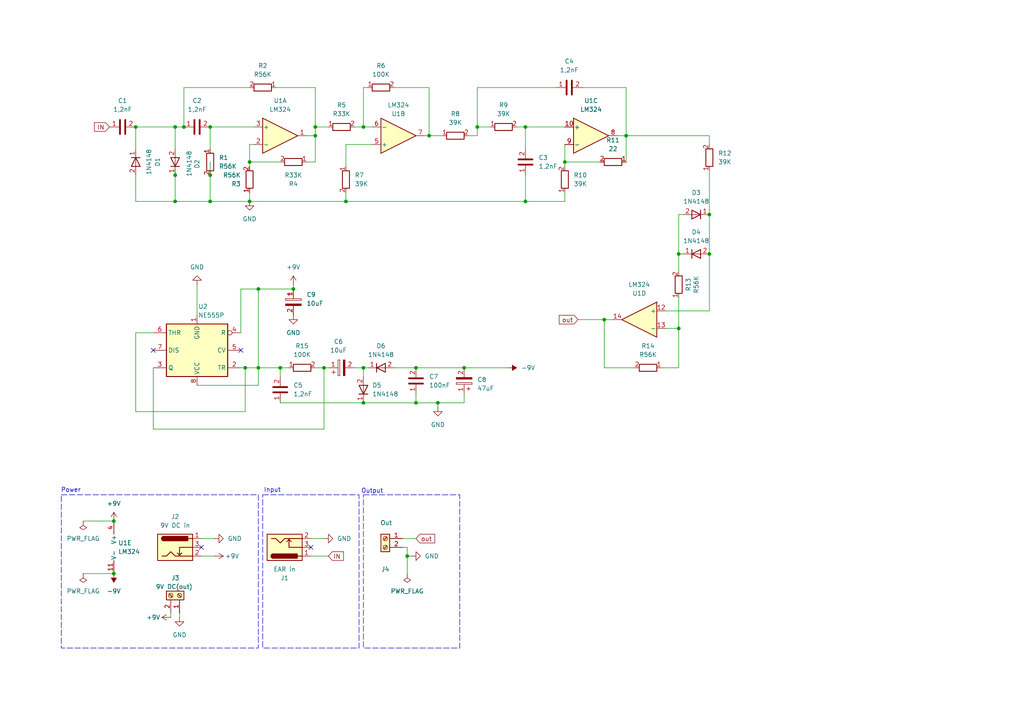
<source format=kicad_sch>
(kicad_sch (version 20231120) (generator "eeschema") (generator_version "8.0")
  (paper "A4")
  (title_block (title "Super Loader") (date "2024-03-01") (rev "V1") (company "Ny Elektronik 1985 nr. 6"))
  (lib_symbols
    (symbol "Amplifier_Operational:LM324" (pin_names (offset 0.127))
      (property "Reference" "U" (at 0 5.08 0))
      (property "Value" "LM324" (at 0 -5.08 0))
      (symbol "LM324_1_1"
        (polyline (pts (xy -5.08 5.08) (xy 5.08 0) (xy -5.08 -5.08) (xy -5.08 5.08)) (stroke (width 0.254)) (fill (type background)))
        (pin output line (at 7.62 0 180) (length 2.54) (name "~") (number "1"))
        (pin input line (at -7.62 -2.54 0) (length 2.54) (name "-") (number "2"))
        (pin input line (at -7.62 2.54 0) (length 2.54) (name "+") (number "3"))
      )
      (symbol "LM324_2_1"
        (polyline (pts (xy -5.08 5.08) (xy 5.08 0) (xy -5.08 -5.08) (xy -5.08 5.08)) (stroke (width 0.254)) (fill (type background)))
        (pin input line (at -7.62 2.54 0) (length 2.54) (name "+") (number "5"))
        (pin input line (at -7.62 -2.54 0) (length 2.54) (name "-") (number "6"))
        (pin output line (at 7.62 0 180) (length 2.54) (name "~") (number "7"))
      )
      (symbol "LM324_3_1"
        (polyline (pts (xy -5.08 5.08) (xy 5.08 0) (xy -5.08 -5.08) (xy -5.08 5.08)) (stroke (width 0.254)) (fill (type background)))
        (pin input line (at -7.62 2.54 0) (length 2.54) (name "+") (number "10"))
        (pin output line (at 7.62 0 180) (length 2.54) (name "~") (number "8"))
        (pin input line (at -7.62 -2.54 0) (length 2.54) (name "-") (number "9"))
      )
      (symbol "LM324_4_1"
        (polyline (pts (xy -5.08 5.08) (xy 5.08 0) (xy -5.08 -5.08) (xy -5.08 5.08)) (stroke (width 0.254)) (fill (type background)))
        (pin input line (at -7.62 2.54 0) (length 2.54) (name "+") (number "12"))
        (pin input line (at -7.62 -2.54 0) (length 2.54) (name "-") (number "13"))
        (pin output line (at 7.62 0 180) (length 2.54) (name "~") (number "14"))
      )
      (symbol "LM324_5_1"
        (pin power_in line (at -2.54 -7.62 90) (length 3.81) (name "V-") (number "11"))
        (pin power_in line (at -2.54 7.62 270) (length 3.81) (name "V+") (number "4"))
      )
    )
    (symbol "Connector:Barrel_Jack_Switch" (pin_names hide)
      (property "Reference" "J" (at 0 5.334 0))
      (property "Value" "Barrel_Jack_Switch" (at 0 -5.08 0))
      (symbol "Barrel_Jack_Switch_0_1"
        (rectangle (start -5.08 3.81) (end 5.08 -3.81) (stroke (width 0.254)) (fill (type background)))
        (arc (start -3.302 3.175) (mid -3.9343 2.54) (end -3.302 1.905) (stroke (width 0.254)))
        (arc (start -3.302 3.175) (mid -3.9343 2.54) (end -3.302 1.905) (stroke (width 0.254)) (fill (type outline)))
        (polyline (pts (xy 1.27 -2.286) (xy 1.905 -1.651)) (stroke (width 0.254)))
        (polyline (pts (xy 5.08 2.54) (xy 3.81 2.54)) (stroke (width 0.254)))
        (polyline (pts (xy 5.08 0) (xy 1.27 0) (xy 1.27 -2.286) (xy 0.635 -1.651)) (stroke (width 0.254)))
        (polyline (pts (xy -3.81 -2.54) (xy -2.54 -2.54) (xy -1.27 -1.27) (xy 0 -2.54) (xy 2.54 -2.54) (xy 5.08 -2.54)) (stroke (width 0.254)))
        (rectangle (start 3.683 3.175) (end -3.302 1.905) (stroke (width 0.254)) (fill (type outline)))
      )
      (symbol "Barrel_Jack_Switch_1_1"
        (pin passive line (at 7.62 2.54 180) (length 2.54) (name "~") (number "1"))
        (pin passive line (at 7.62 -2.54 180) (length 2.54) (name "~") (number "2"))
        (pin passive line (at 7.62 0 180) (length 2.54) (name "~") (number "3"))
      )
    )
    (symbol "Connector:Screw_Terminal_01x02" (pin_names (offset 1.016) hide)
      (property "Reference" "J" (at 0 2.54 0))
      (property "Value" "Screw_Terminal_01x02" (at 0 -5.08 0))
      (symbol "Screw_Terminal_01x02_1_1"
        (rectangle (start -1.27 1.27) (end 1.27 -3.81) (stroke (width 0.254)) (fill (type background)))
        (circle (center 0 -2.54) (radius 0.635) (stroke (width 0.1524)))
        (polyline (pts (xy -0.5334 -2.2098) (xy 0.3302 -3.048)) (stroke (width 0.1524)))
        (polyline (pts (xy -0.5334 0.3302) (xy 0.3302 -0.508)) (stroke (width 0.1524)))
        (polyline (pts (xy -0.3556 -2.032) (xy 0.508 -2.8702)) (stroke (width 0.1524)))
        (polyline (pts (xy -0.3556 0.508) (xy 0.508 -0.3302)) (stroke (width 0.1524)))
        (circle (center 0 0) (radius 0.635) (stroke (width 0.1524)))
        (pin passive line (at -5.08 0 0) (length 3.81) (name "Pin_1") (number "1"))
        (pin passive line (at -5.08 -2.54 0) (length 3.81) (name "Pin_2") (number "2"))
      )
    )
    (symbol "Device:C" (pin_names (offset 0.254))
      (property "Reference" "C" (at 0.635 2.54 0))
      (property "Value" "C" (at 0.635 -2.54 0))
      (symbol "C_0_1"
        (polyline (pts (xy -2.032 -0.762) (xy 2.032 -0.762)) (stroke (width 0.508)))
        (polyline (pts (xy -2.032 0.762) (xy 2.032 0.762)) (stroke (width 0.508)))
      )
      (symbol "C_1_1"
        (pin passive line (at 0 3.81 270) (length 2.794) (name "~") (number "1"))
        (pin passive line (at 0 -3.81 90) (length 2.794) (name "~") (number "2"))
      )
    )
    (symbol "Device:C_Polarized" (pin_names (offset 0.254))
      (property "Reference" "C" (at 0.635 2.54 0))
      (property "Value" "C_Polarized" (at 0.635 -2.54 0))
      (symbol "C_Polarized_0_1"
        (rectangle (start -2.286 0.508) (end 2.286 1.016))
        (polyline (pts (xy -1.778 2.286) (xy -0.762 2.286)))
        (polyline (pts (xy -1.27 2.794) (xy -1.27 1.778)))
        (rectangle (start 2.286 -0.508) (end -2.286 -1.016) (fill (type outline)))
      )
      (symbol "C_Polarized_1_1"
        (pin passive line (at 0 3.81 270) (length 2.794) (name "~") (number "1"))
        (pin passive line (at 0 -3.81 90) (length 2.794) (name "~") (number "2"))
      )
    )
    (symbol "Device:R" (pin_names (offset 0))
      (property "Reference" "R" (at 2.032 0 90))
      (property "Value" "R" (at 0 0 90))
      (symbol "R_0_1"
        (rectangle (start -1.016 -2.54) (end 1.016 2.54) (stroke (width 0.254)))
      )
      (symbol "R_1_1"
        (pin passive line (at 0 3.81 270) (length 1.27) (name "~") (number "1"))
        (pin passive line (at 0 -3.81 90) (length 1.27) (name "~") (number "2"))
      )
    )
    (symbol "Diode:1N4148" (pin_names hide)
      (property "Reference" "D" (at 0 2.54 0))
      (property "Value" "1N4148" (at 0 -2.54 0))
      (symbol "1N4148_0_1"
        (polyline (pts (xy -1.27 1.27) (xy -1.27 -1.27)) (stroke (width 0.254)))
        (polyline (pts (xy 1.27 0) (xy -1.27 0)))
        (polyline (pts (xy 1.27 1.27) (xy 1.27 -1.27) (xy -1.27 0) (xy 1.27 1.27)) (stroke (width 0.254)))
      )
      (symbol "1N4148_1_1"
        (pin passive line (at -3.81 0 0) (length 2.54) (name "K") (number "1"))
        (pin passive line (at 3.81 0 180) (length 2.54) (name "A") (number "2"))
      )
    )
    (symbol "R_1" (pin_names (offset 0))
      (property "Reference" "R" (at 2.032 0 90))
      (property "Value" "R" (at 0 0 90))
      (symbol "R_1_0_1"
        (rectangle (start -1.016 -2.54) (end 1.016 2.54) (stroke (width 0.254)))
      )
      (symbol "R_1_1_1"
        (pin passive line (at 0 3.81 270) (length 1.27) (name "~") (number "1"))
        (pin passive line (at 0 -3.81 90) (length 1.27) (name "~") (number "2"))
      )
    )
    (symbol "R_2" (pin_names (offset 0))
      (property "Reference" "R" (at 2.032 0 90))
      (property "Value" "R" (at 0 0 90))
      (symbol "R_2_0_1"
        (rectangle (start -1.016 -2.54) (end 1.016 2.54) (stroke (width 0.254)))
      )
      (symbol "R_2_1_1"
        (pin passive line (at 0 3.81 270) (length 1.27) (name "~") (number "1"))
        (pin passive line (at 0 -3.81 90) (length 1.27) (name "~") (number "2"))
      )
    )
    (symbol "R_3" (pin_names (offset 0))
      (property "Reference" "R" (at 2.032 0 90))
      (property "Value" "R" (at 0 0 90))
      (symbol "R_3_0_1"
        (rectangle (start -1.016 -2.54) (end 1.016 2.54) (stroke (width 0.254)))
      )
      (symbol "R_3_1_1"
        (pin passive line (at 0 3.81 270) (length 1.27) (name "~") (number "1"))
        (pin passive line (at 0 -3.81 90) (length 1.27) (name "~") (number "2"))
      )
    )
    (symbol "R_4" (pin_names (offset 0))
      (property "Reference" "R" (at 2.032 0 90))
      (property "Value" "R" (at 0 0 90))
      (symbol "R_4_0_1"
        (rectangle (start -1.016 -2.54) (end 1.016 2.54) (stroke (width 0.254)))
      )
      (symbol "R_4_1_1"
        (pin passive line (at 0 3.81 270) (length 1.27) (name "~") (number "1"))
        (pin passive line (at 0 -3.81 90) (length 1.27) (name "~") (number "2"))
      )
    )
    (symbol "Timer:NE555P"
      (property "Reference" "U" (at -10.16 8.89 0))
      (property "Value" "NE555P" (at 2.54 8.89 0))
      (symbol "NE555P_0_0"
        (pin power_in line (at 0 -10.16 90) (length 2.54) (name "GND") (number "1"))
        (pin power_in line (at 0 10.16 270) (length 2.54) (name "VCC") (number "8"))
      )
      (symbol "NE555P_0_1"
        (rectangle (start -8.89 -7.62) (end 8.89 7.62) (stroke (width 0.254)) (fill (type background)))
        (rectangle (start -8.89 -7.62) (end 8.89 7.62) (stroke (width 0.254)) (fill (type background)))
      )
      (symbol "NE555P_1_1"
        (pin input line (at -12.7 5.08 0) (length 3.81) (name "TR") (number "2"))
        (pin output line (at 12.7 5.08 180) (length 3.81) (name "Q") (number "3"))
        (pin input inverted (at -12.7 -5.08 0) (length 3.81) (name "R") (number "4"))
        (pin input line (at -12.7 0 0) (length 3.81) (name "CV") (number "5"))
        (pin input line (at 12.7 -5.08 180) (length 3.81) (name "THR") (number "6"))
        (pin input line (at 12.7 0 180) (length 3.81) (name "DIS") (number "7"))
      )
    )
    (symbol "power:+9V" (power) (pin_numbers hide) (pin_names (offset 0) hide)
      (property "Value" "+9V" (at 0 3.556 0))
      (symbol "+9V_0_1"
        (polyline (pts (xy -0.762 1.27) (xy 0 2.54)))
        (polyline (pts (xy 0 0) (xy 0 2.54)))
        (polyline (pts (xy 0 2.54) (xy 0.762 1.27)))
      )
      (symbol "+9V_1_1"
        (pin power_in line (at 0 0 90) (length 0) (name "~") (number "1"))
      )
    )
    (symbol "power:-9V" (power) (pin_numbers hide) (pin_names (offset 0) hide)
      (property "Value" "-9V" (at 0 3.556 0))
      (symbol "-9V_0_1"
        (polyline (pts (xy 0 0) (xy 0 2.54)))
        (polyline (pts (xy 0.762 1.27) (xy -0.762 1.27) (xy 0 2.54) (xy 0.762 1.27)) (fill (type outline)))
      )
      (symbol "-9V_1_1"
        (pin power_in line (at 0 0 90) (length 0) (name "~") (number "1"))
      )
    )
    (symbol "power:GND" (power) (pin_numbers hide) (pin_names (offset 0) hide)
      (property "Value" "GND" (at 0 -3.81 0))
      (symbol "GND_0_1"
        (polyline (pts (xy 0 0) (xy 0 -1.27) (xy 1.27 -1.27) (xy 0 -2.54) (xy -1.27 -1.27) (xy 0 -1.27)))
      )
      (symbol "GND_1_1"
        (pin power_in line (at 0 0 270) (length 0) (name "~") (number "1"))
      )
    )
    (symbol "power:PWR_FLAG" (power) (pin_numbers hide) (pin_names (offset 0) hide)
      (property "Value" "PWR_FLAG" (at 0 3.81 0))
      (symbol "PWR_FLAG_0_0"
        (pin power_out line (at 0 0 90) (length 0) (name "~") (number "1"))
      )
      (symbol "PWR_FLAG_0_1"
        (polyline (pts (xy 0 0) (xy 0 1.27) (xy -1.016 1.905) (xy 0 2.54) (xy 1.016 1.905) (xy 0 1.27)))
      )
    )
  )
  (junction (at 127 116.84))
  (junction (at 50.8 58.42))
  (junction (at 100.33 58.42))
  (junction (at 175.26 92.71))
  (junction (at 152.4 58.42))
  (junction (at 138.43 36.83))
  (junction (at 39.37 36.83))
  (junction (at 163.83 46.99))
  (junction (at 91.44 36.83))
  (junction (at 196.85 73.66))
  (junction (at 91.44 39.37))
  (junction (at 205.74 73.66))
  (junction (at 120.65 116.84))
  (junction (at 120.65 106.68))
  (junction (at 50.8 36.83))
  (junction (at 105.41 116.84))
  (junction (at 50.8 50.8))
  (junction (at 74.93 106.68))
  (junction (at 152.4 36.83))
  (junction (at 118.11 161.29))
  (junction (at 72.39 46.99))
  (junction (at 105.41 106.68))
  (junction (at 72.39 58.42))
  (junction (at 134.62 106.68))
  (junction (at 124.46 39.37))
  (junction (at 60.96 58.42))
  (junction (at 93.98 106.68))
  (junction (at 60.96 36.83))
  (junction (at 53.34 36.83))
  (junction (at 85.09 83.82))
  (junction (at 105.41 36.83))
  (junction (at 33.02 166.37))
  (junction (at 74.93 83.82))
  (junction (at 71.12 106.68))
  (junction (at 196.85 95.25))
  (junction (at 205.74 62.23))
  (junction (at 81.28 106.68))
  (junction (at 33.02 151.13))
  (junction (at 60.96 50.8))
  (junction (at 181.61 39.37))
  (no_connect (at 44.45 101.6))
  (no_connect (at 90.17 158.75))
  (no_connect (at 58.42 158.75))
  (no_connect (at 69.85 101.6))
  (wire (pts (xy 191.77 106.68) (xy 196.85 106.68)))
  (wire (pts (xy 24.13 151.13) (xy 33.02 151.13)))
  (wire (pts (xy 168.91 25.4) (xy 181.61 25.4)))
  (wire (pts (xy 196.85 73.66) (xy 196.85 78.74)))
  (wire (pts (xy 39.37 36.83) (xy 50.8 36.83)))
  (wire (pts (xy 57.15 91.44) (xy 57.15 82.55)))
  (wire (pts (xy 134.62 106.68) (xy 147.32 106.68)))
  (wire (pts (xy 179.07 39.37) (xy 181.61 39.37)))
  (wire (pts (xy 44.45 124.46) (xy 44.45 106.68)))
  (wire (pts (xy 163.83 41.91) (xy 163.83 46.99)))
  (wire (pts (xy 74.93 106.68) (xy 81.28 106.68)))
  (wire (pts (xy 205.74 62.23) (xy 205.74 73.66)))
  (wire (pts (xy 119.38 161.29) (xy 118.11 161.29)))
  (wire (pts (xy 72.39 58.42) (xy 100.33 58.42)))
  (wire (pts (xy 193.04 90.17) (xy 205.74 90.17)))
  (wire (pts (xy 39.37 96.52) (xy 39.37 119.38)))
  (wire (pts (xy 100.33 58.42) (xy 152.4 58.42)))
  (wire (pts (xy 205.74 73.66) (xy 205.74 90.17)))
  (wire (pts (xy 39.37 58.42) (xy 39.37 50.8)))
  (wire (pts (xy 39.37 58.42) (xy 50.8 58.42)))
  (wire (pts (xy 60.96 46.99) (xy 60.96 50.8)))
  (wire (pts (xy 91.44 39.37) (xy 91.44 46.99)))
  (wire (pts (xy 53.34 25.4) (xy 72.39 25.4)))
  (wire (pts (xy 69.85 83.82) (xy 74.93 83.82)))
  (wire (pts (xy 105.41 36.83) (xy 102.87 36.83)))
  (wire (pts (xy 100.33 58.42) (xy 100.33 55.88)))
  (wire (pts (xy 52.07 179.07) (xy 52.07 177.8)))
  (wire (pts (xy 127 116.84) (xy 127 118.11)))
  (wire (pts (xy 39.37 119.38) (xy 71.12 119.38)))
  (wire (pts (xy 102.87 106.68) (xy 105.41 106.68)))
  (wire (pts (xy 116.84 156.21) (xy 120.65 156.21)))
  (wire (pts (xy 175.26 92.71) (xy 175.26 106.68)))
  (wire (pts (xy 60.96 58.42) (xy 50.8 58.42)))
  (wire (pts (xy 69.85 106.68) (xy 71.12 106.68)))
  (wire (pts (xy 114.3 106.68) (xy 120.65 106.68)))
  (wire (pts (xy 105.41 25.4) (xy 105.41 36.83)))
  (wire (pts (xy 205.74 39.37) (xy 205.74 41.91)))
  (wire (pts (xy 50.8 36.83) (xy 53.34 36.83)))
  (wire (pts (xy 127 116.84) (xy 134.62 116.84)))
  (wire (pts (xy 57.15 111.76) (xy 74.93 111.76)))
  (wire (pts (xy 193.04 95.25) (xy 196.85 95.25)))
  (wire (pts (xy 74.93 111.76) (xy 74.93 106.68)))
  (wire (pts (xy 138.43 25.4) (xy 138.43 36.83)))
  (wire (pts (xy 114.3 25.4) (xy 124.46 25.4)))
  (wire (pts (xy 163.83 46.99) (xy 163.83 48.26)))
  (wire (pts (xy 95.25 161.29) (xy 90.17 161.29)))
  (wire (pts (xy 44.45 124.46) (xy 93.98 124.46)))
  (wire (pts (xy 39.37 36.83) (xy 39.37 43.18)))
  (wire (pts (xy 71.12 106.68) (xy 71.12 119.38)))
  (wire (pts (xy 58.42 161.29) (xy 62.23 161.29)))
  (wire (pts (xy 95.25 106.68) (xy 93.98 106.68)))
  (wire (pts (xy 138.43 36.83) (xy 138.43 39.37)))
  (wire (pts (xy 74.93 83.82) (xy 85.09 83.82)))
  (wire (pts (xy 175.26 92.71) (xy 177.8 92.71)))
  (wire (pts (xy 74.93 106.68) (xy 71.12 106.68)))
  (wire (pts (xy 124.46 25.4) (xy 124.46 39.37)))
  (wire (pts (xy 123.19 39.37) (xy 124.46 39.37)))
  (wire (pts (xy 74.93 106.68) (xy 74.93 83.82)))
  (wire (pts (xy 72.39 41.91) (xy 72.39 46.99)))
  (wire (pts (xy 50.8 46.99) (xy 50.8 50.8)))
  (wire (pts (xy 181.61 25.4) (xy 181.61 39.37)))
  (wire (pts (xy 85.09 82.55) (xy 85.09 83.82)))
  (wire (pts (xy 93.98 124.46) (xy 93.98 106.68)))
  (wire (pts (xy 120.65 106.68) (xy 134.62 106.68)))
  (wire (pts (xy 24.13 166.37) (xy 33.02 166.37)))
  (wire (pts (xy 163.83 46.99) (xy 173.99 46.99)))
  (wire (pts (xy 91.44 36.83) (xy 91.44 39.37)))
  (wire (pts (xy 44.45 96.52) (xy 39.37 96.52)))
  (wire (pts (xy 196.85 73.66) (xy 198.12 73.66)))
  (wire (pts (xy 181.61 39.37) (xy 181.61 46.99)))
  (wire (pts (xy 105.41 36.83) (xy 107.95 36.83)))
  (wire (pts (xy 53.34 36.83) (xy 53.34 25.4)))
  (wire (pts (xy 138.43 39.37) (xy 135.89 39.37)))
  (wire (pts (xy 105.41 106.68) (xy 105.41 109.22)))
  (wire (pts (xy 196.85 95.25) (xy 196.85 106.68)))
  (wire (pts (xy 196.85 86.36) (xy 196.85 95.25)))
  (wire (pts (xy 105.41 25.4) (xy 106.68 25.4)))
  (wire (pts (xy 93.98 106.68) (xy 91.44 106.68)))
  (wire (pts (xy 106.68 106.68) (xy 105.41 106.68)))
  (wire (pts (xy 149.86 36.83) (xy 152.4 36.83)))
  (wire (pts (xy 120.65 114.3) (xy 120.65 116.84)))
  (wire (pts (xy 73.66 36.83) (xy 60.96 36.83)))
  (wire (pts (xy 118.11 161.29) (xy 118.11 166.37)))
  (wire (pts (xy 72.39 41.91) (xy 73.66 41.91)))
  (wire (pts (xy 60.96 58.42) (xy 72.39 58.42)))
  (wire (pts (xy 100.33 48.26) (xy 100.33 41.91)))
  (wire (pts (xy 72.39 46.99) (xy 81.28 46.99)))
  (wire (pts (xy 175.26 106.68) (xy 184.15 106.68)))
  (wire (pts (xy 88.9 46.99) (xy 91.44 46.99)))
  (wire (pts (xy 163.83 55.88) (xy 163.83 58.42)))
  (wire (pts (xy 198.12 62.23) (xy 196.85 62.23)))
  (wire (pts (xy 161.29 25.4) (xy 138.43 25.4)))
  (wire (pts (xy 83.82 106.68) (xy 81.28 106.68)))
  (wire (pts (xy 118.11 158.75) (xy 118.11 161.29)))
  (wire (pts (xy 81.28 106.68) (xy 81.28 109.22)))
  (wire (pts (xy 91.44 25.4) (xy 91.44 36.83)))
  (wire (pts (xy 100.33 41.91) (xy 107.95 41.91)))
  (wire (pts (xy 124.46 39.37) (xy 128.27 39.37)))
  (wire (pts (xy 134.62 114.3) (xy 134.62 116.84)))
  (wire (pts (xy 105.41 116.84) (xy 120.65 116.84)))
  (wire (pts (xy 93.98 156.21) (xy 90.17 156.21)))
  (wire (pts (xy 81.28 116.84) (xy 105.41 116.84)))
  (wire (pts (xy 91.44 36.83) (xy 95.25 36.83)))
  (wire (pts (xy 138.43 36.83) (xy 142.24 36.83)))
  (wire (pts (xy 69.85 96.52) (xy 69.85 83.82)))
  (wire (pts (xy 60.96 36.83) (xy 60.96 43.18)))
  (wire (pts (xy 50.8 50.8) (xy 50.8 58.42)))
  (wire (pts (xy 72.39 55.88) (xy 72.39 58.42)))
  (wire (pts (xy 72.39 46.99) (xy 72.39 48.26)))
  (wire (pts (xy 205.74 49.53) (xy 205.74 62.23)))
  (wire (pts (xy 152.4 36.83) (xy 152.4 43.18)))
  (wire (pts (xy 88.9 39.37) (xy 91.44 39.37)))
  (wire (pts (xy 60.96 50.8) (xy 60.96 58.42)))
  (wire (pts (xy 80.01 25.4) (xy 91.44 25.4)))
  (wire (pts (xy 152.4 58.42) (xy 163.83 58.42)))
  (wire (pts (xy 152.4 50.8) (xy 152.4 58.42)))
  (wire (pts (xy 152.4 36.83) (xy 163.83 36.83)))
  (wire (pts (xy 50.8 36.83) (xy 50.8 43.18)))
  (wire (pts (xy 167.64 92.71) (xy 175.26 92.71)))
  (wire (pts (xy 118.11 158.75) (xy 116.84 158.75)))
  (wire (pts (xy 127 116.84) (xy 120.65 116.84)))
  (wire (pts (xy 58.42 156.21) (xy 62.23 156.21)))
  (wire (pts (xy 196.85 62.23) (xy 196.85 73.66)))
  (wire (pts (xy 181.61 39.37) (xy 205.74 39.37)))
  (wire (pts (xy 49.53 179.07) (xy 49.53 177.8)))
  (rectangle (start 76.2 143.51) (end 104.14 187.96) (stroke (width 0) (type dash)))
  (rectangle (start 17.78 143.51) (end 74.93 187.96) (stroke (width 0) (type dash)))
  (rectangle (start 105.41 143.51) (end 133.35 187.96) (stroke (width 0) (type dash)))
  (text "Power" (at 20.574 142.24 0) (effects (font (size 1.27 1.27))))
  (text "Input" (at 78.994 142.24 0) (effects (font (size 1.27 1.27))))
  (text "Output" (at 107.95 142.494 0) (effects (font (size 1.27 1.27))))
  (global_label "out" (shape input) (at 167.64 92.71 180) (property "Intersheetrefs" "${INTERSHEET_REFS}" (effects (hide yes))))
  (global_label "IN" (shape input) (at 95.25 161.29 0) (property "Intersheetrefs" "${INTERSHEET_REFS}" (effects (hide yes))))
  (global_label "IN" (shape input) (at 31.75 36.83 180) (property "Intersheetrefs" "${INTERSHEET_REFS}" (effects (hide yes))))
  (global_label "out" (shape input) (at 120.65 156.21 0) (property "Intersheetrefs" "${INTERSHEET_REFS}" (effects (hide yes))))
  (symbol (lib_id "Device:C") (at 81.28 113.03 180) (unit 1)
    (property "Reference" "C5" (at 85.09 111.7599 0) (effects (justify right)))
    (property "Value" "1,2nF" (at 85.09 114.2999 0) (effects (justify right)))
    (property "Footprint" "Capacitor_THT:C_Disc_D4.3mm_W1.9mm_P5.00mm" (effects (hide yes)))
    (property "Description" "Unpolarized capacitor" (effects (hide yes)))
  )
  (symbol (lib_name "R_4") (lib_id "Device:R") (at 72.39 52.07 180) (unit 1)
    (property "Reference" "R3" (at 69.85 53.3401 0) (effects (justify left)))
    (property "Value" "R56K" (at 69.85 50.8001 0) (effects (justify left)))
    (property "Footprint" "Resistor_THT:R_Axial_DIN0207_L6.3mm_D2.5mm_P10.16mm_Horizontal" (effects (hide yes)))
    (property "Description" "Resistor" (effects (hide yes)))
  )
  (symbol (lib_name "R_3") (lib_id "Device:R") (at 110.49 25.4 90) (unit 1)
    (property "Reference" "R6" (at 110.49 19.05 90))
    (property "Value" "100K" (at 110.49 21.59 90))
    (property "Footprint" "Resistor_THT:R_Axial_DIN0207_L6.3mm_D2.5mm_P10.16mm_Horizontal" (effects (hide yes)))
    (property "Description" "Resistor" (effects (hide yes)))
  )
  (symbol (lib_id "power:GND") (at 57.15 82.55 0) (mirror x) (unit 1)
    (property "Reference" "#PWR011" (effects (hide yes)))
    (property "Value" "GND" (at 57.15 77.47 0))
    (property "Description" "Power symbol creates a global label with name \"GND\" , ground" (effects (hide yes)))
  )
  (symbol (lib_id "Diode:1N4148") (at 39.37 46.99 270) (unit 1)
    (property "Reference" "D1" (at 45.72 46.99 0))
    (property "Value" "1N4148" (at 43.18 46.99 0))
    (property "Footprint" "Diode_THT:D_DO-35_SOD27_P10.16mm_Horizontal" (effects (hide yes)))
    (property "Datasheet" "https://assets.nexperia.com/documents/data-sheet/1N4148_1N4448.pdf" (effects (hide yes)))
    (property "Description" "100V 0.15A standard switching diode, DO-35" (effects (hide yes)))
    (property "Sim.Device" "D" (effects (hide yes)))
    (property "Sim.Pins" "1=K 2=A" (effects (hide yes)))
  )
  (symbol (lib_name "R_1") (lib_id "Device:R") (at 196.85 82.55 0) (mirror x) (unit 1)
    (property "Reference" "R13" (at 199.644 82.55 90))
    (property "Value" "R56K" (at 201.93 82.55 90))
    (property "Footprint" "Resistor_THT:R_Axial_DIN0207_L6.3mm_D2.5mm_P10.16mm_Horizontal" (effects (hide yes)))
    (property "Description" "Resistor" (effects (hide yes)))
  )
  (symbol (lib_id "Timer:NE555P") (at 57.15 101.6 180) (unit 1)
    (property "Reference" "U2" (at 57.4959 88.9 0) (effects (justify right)))
    (property "Value" "NE555P" (at 57.4959 91.44 0) (effects (justify right)))
    (property "Footprint" "Package_DIP:DIP-8_W7.62mm" (effects (hide yes)))
    (property "Datasheet" "http://www.ti.com/lit/ds/symlink/ne555.pdf" (effects (hide yes)))
    (property "Description" "Precision Timers, 555 compatible,  PDIP-8" (effects (hide yes)))
  )
  (symbol (lib_name "R_3") (lib_id "Device:R") (at 87.63 106.68 90) (unit 1)
    (property "Reference" "R15" (at 87.63 100.33 90))
    (property "Value" "100K" (at 87.63 102.87 90))
    (property "Footprint" "Resistor_THT:R_Axial_DIN0207_L6.3mm_D2.5mm_P10.16mm_Horizontal" (effects (hide yes)))
    (property "Description" "Resistor" (effects (hide yes)))
  )
  (symbol (lib_id "power:GND") (at 52.07 179.07 0) (unit 1)
    (property "Reference" "#PWR04" (effects (hide yes)))
    (property "Value" "GND" (at 52.07 184.15 0))
    (property "Description" "Power symbol creates a global label with name \"GND\" , ground" (effects (hide yes)))
  )
  (symbol (lib_name "R_1") (lib_id "Device:R") (at 76.2 25.4 270) (mirror x) (unit 1)
    (property "Reference" "R2" (at 76.2 19.05 90))
    (property "Value" "R56K" (at 76.2 21.59 90))
    (property "Footprint" "Resistor_THT:R_Axial_DIN0207_L6.3mm_D2.5mm_P10.16mm_Horizontal" (effects (hide yes)))
    (property "Description" "Resistor" (effects (hide yes)))
  )
  (symbol (lib_id "power:GND") (at 62.23 156.21 90) (unit 1)
    (property "Reference" "#PWR012" (effects (hide yes)))
    (property "Value" "GND" (at 66.04 156.2099 90) (effects (justify right)))
    (property "Description" "Power symbol creates a global label with name \"GND\" , ground" (effects (hide yes)))
  )
  (symbol (lib_id "Device:C_Polarized") (at 85.09 87.63 0) (unit 1)
    (property "Reference" "C9" (at 88.9 85.4709 0) (effects (justify left)))
    (property "Value" "10uF" (at 88.9 88.0109 0) (effects (justify left)))
    (property "Footprint" "Capacitor_THT:CP_Radial_D4.0mm_P1.50mm" (effects (hide yes)))
    (property "Description" "Polarized capacitor" (effects (hide yes)))
  )
  (symbol (lib_id "power:GND") (at 119.38 161.29 90) (mirror x) (unit 1)
    (property "Reference" "#PWR010" (effects (hide yes)))
    (property "Value" "GND" (at 123.19 161.2899 90) (effects (justify right)))
    (property "Description" "Power symbol creates a global label with name \"GND\" , ground" (effects (hide yes)))
  )
  (symbol (lib_id "Device:C") (at 57.15 36.83 90) (unit 1)
    (property "Reference" "C2" (at 57.15 29.21 90))
    (property "Value" "1,2nF" (at 57.15 31.75 90))
    (property "Footprint" "Capacitor_THT:C_Disc_D4.3mm_W1.9mm_P5.00mm" (effects (hide yes)))
    (property "Description" "Unpolarized capacitor" (effects (hide yes)))
  )
  (symbol (lib_id "Amplifier_Operational:LM324") (at 171.45 39.37 0) (unit 3)
    (property "Reference" "U1" (at 171.45 29.21 0))
    (property "Value" "LM324" (at 171.45 31.75 0))
    (property "Footprint" "Package_DIP:DIP-14_W7.62mm_Socket" (effects (hide yes)))
    (property "Datasheet" "http://www.ti.com/lit/ds/symlink/lm2902-n.pdf" (effects (hide yes)))
    (property "Description" "Low-Power, Quad-Operational Amplifiers, DIP-14/SOIC-14/SSOP-14" (effects (hide yes)))
  )
  (symbol (lib_id "power:+9V") (at 62.23 161.29 270) (unit 1)
    (property "Reference" "#PWR013" (effects (hide yes)))
    (property "Value" "+9V" (at 67.31 161.29 90))
    (property "Description" "Power symbol creates a global label with name \"+9V\"" (effects (hide yes)))
  )
  (symbol (lib_id "Device:C") (at 120.65 110.49 180) (unit 1)
    (property "Reference" "C7" (at 124.46 109.2199 0) (effects (justify right)))
    (property "Value" "100nF" (at 124.46 111.7599 0) (effects (justify right)))
    (property "Footprint" "Capacitor_THT:C_Disc_D4.3mm_W1.9mm_P5.00mm" (effects (hide yes)))
    (property "Description" "Unpolarized capacitor" (effects (hide yes)))
  )
  (symbol (lib_name "R_3") (lib_id "Device:R") (at 146.05 36.83 90) (unit 1)
    (property "Reference" "R9" (at 146.05 30.48 90))
    (property "Value" "39K" (at 146.05 33.02 90))
    (property "Footprint" "Resistor_THT:R_Axial_DIN0207_L6.3mm_D2.5mm_P10.16mm_Horizontal" (effects (hide yes)))
    (property "Description" "Resistor" (effects (hide yes)))
  )
  (symbol (lib_id "Connector:Barrel_Jack_Switch") (at 82.55 158.75 0) (mirror x) (unit 1)
    (property "Reference" "J1" (at 82.55 167.64 0))
    (property "Value" "EAR in" (at 82.55 165.1 0))
    (property "Footprint" "ZXLibrary:3.5mm mono jack chassis with switch" (effects (hide yes)))
    (property "Description" "DC Barrel Jack with an internal switch" (effects (hide yes)))
  )
  (symbol (lib_name "R_3") (lib_id "Device:R") (at 163.83 52.07 180) (unit 1)
    (property "Reference" "R10" (at 166.37 50.7999 0) (effects (justify right)))
    (property "Value" "39K" (at 166.37 53.3399 0) (effects (justify right)))
    (property "Footprint" "Resistor_THT:R_Axial_DIN0207_L6.3mm_D2.5mm_P10.16mm_Horizontal" (effects (hide yes)))
    (property "Description" "Resistor" (effects (hide yes)))
  )
  (symbol (lib_id "power:PWR_FLAG") (at 24.13 151.13 0) (mirror x) (unit 1)
    (property "Reference" "#FLG02" (effects (hide yes)))
    (property "Value" "PWR_FLAG" (at 24.13 156.21 0))
    (property "Description" "Special symbol for telling ERC where power comes from" (effects (hide yes)))
  )
  (symbol (lib_id "Connector:Screw_Terminal_01x02") (at 111.76 156.21 0) (mirror y) (unit 1)
    (property "Reference" "J4" (at 111.76 165.1 0))
    (property "Value" "Out" (at 112.014 151.638 0))
    (property "Footprint" "Connector_PinHeader_2.54mm:PinHeader_1x02_P2.54mm_Horizontal" (effects (hide yes)))
    (property "Description" "Generic screw terminal, single row, 01x02, script generated (kicad-library-utils/schlib/autogen/connector/)" (effects (hide yes)))
  )
  (symbol (lib_name "R_3") (lib_id "Device:R") (at 100.33 52.07 0) (unit 1)
    (property "Reference" "R7" (at 102.87 50.7999 0) (effects (justify left)))
    (property "Value" "39K" (at 102.87 53.3399 0) (effects (justify left)))
    (property "Footprint" "Resistor_THT:R_Axial_DIN0207_L6.3mm_D2.5mm_P10.16mm_Horizontal" (effects (hide yes)))
    (property "Description" "Resistor" (effects (hide yes)))
  )
  (symbol (lib_id "power:GND") (at 72.39 58.42 0) (unit 1)
    (property "Reference" "#PWR01" (effects (hide yes)))
    (property "Value" "GND" (at 72.39 63.5 0))
    (property "Description" "Power symbol creates a global label with name \"GND\" , ground" (effects (hide yes)))
  )
  (symbol (lib_id "Device:C") (at 165.1 25.4 90) (unit 1)
    (property "Reference" "C4" (at 165.1 17.78 90))
    (property "Value" "1,2nF" (at 165.1 20.32 90))
    (property "Footprint" "Capacitor_THT:C_Disc_D4.3mm_W1.9mm_P5.00mm" (effects (hide yes)))
    (property "Description" "Unpolarized capacitor" (effects (hide yes)))
  )
  (symbol (lib_id "Diode:1N4148") (at 110.49 106.68 0) (unit 1)
    (property "Reference" "D6" (at 110.49 100.33 0))
    (property "Value" "1N4148" (at 110.49 102.87 0))
    (property "Footprint" "Diode_THT:D_DO-35_SOD27_P10.16mm_Horizontal" (effects (hide yes)))
    (property "Datasheet" "https://assets.nexperia.com/documents/data-sheet/1N4148_1N4448.pdf" (effects (hide yes)))
    (property "Description" "100V 0.15A standard switching diode, DO-35" (effects (hide yes)))
    (property "Sim.Device" "D" (effects (hide yes)))
    (property "Sim.Pins" "1=K 2=A" (effects (hide yes)))
  )
  (symbol (lib_id "Device:C") (at 152.4 46.99 180) (unit 1)
    (property "Reference" "C3" (at 156.21 45.7199 0) (effects (justify right)))
    (property "Value" "1,2nF" (at 156.21 48.2599 0) (effects (justify right)))
    (property "Footprint" "Capacitor_THT:C_Disc_D4.3mm_W1.9mm_P5.00mm" (effects (hide yes)))
    (property "Description" "Unpolarized capacitor" (effects (hide yes)))
  )
  (symbol (lib_id "power:+9V") (at 85.09 82.55 0) (unit 1)
    (property "Reference" "#PWR08" (effects (hide yes)))
    (property "Value" "+9V" (at 85.09 77.47 0))
    (property "Description" "Power symbol creates a global label with name \"+9V\"" (effects (hide yes)))
  )
  (symbol (lib_id "Device:R") (at 85.09 46.99 270) (unit 1)
    (property "Reference" "R4" (at 85.09 53.34 90))
    (property "Value" "R33K" (at 85.09 50.8 90))
    (property "Footprint" "Resistor_THT:R_Axial_DIN0207_L6.3mm_D2.5mm_P10.16mm_Horizontal" (effects (hide yes)))
    (property "Description" "Resistor" (effects (hide yes)))
  )
  (symbol (lib_id "power:PWR_FLAG") (at 24.13 166.37 0) (mirror x) (unit 1)
    (property "Reference" "#FLG03" (effects (hide yes)))
    (property "Value" "PWR_FLAG" (at 24.13 171.45 0))
    (property "Description" "Special symbol for telling ERC where power comes from" (effects (hide yes)))
  )
  (symbol (lib_id "Amplifier_Operational:LM324") (at 115.57 39.37 0) (mirror x) (unit 2)
    (property "Reference" "U1" (at 115.57 33.02 0))
    (property "Value" "LM324" (at 115.57 30.48 0))
    (property "Footprint" "Package_DIP:DIP-14_W7.62mm_Socket" (effects (hide yes)))
    (property "Datasheet" "http://www.ti.com/lit/ds/symlink/lm2902-n.pdf" (effects (hide yes)))
    (property "Description" "Low-Power, Quad-Operational Amplifiers, DIP-14/SOIC-14/SSOP-14" (effects (hide yes)))
  )
  (symbol (lib_id "Connector:Barrel_Jack_Switch") (at 50.8 158.75 0) (unit 1)
    (property "Reference" "J2" (at 50.8 149.86 0))
    (property "Value" "9V DC in" (at 50.8 152.4 0))
    (property "Footprint" "Connector_BarrelJack:BarrelJack_GCT_DCJ200-10-A_Horizontal" (effects (hide yes)))
    (property "Description" "DC Barrel Jack with an internal switch" (effects (hide yes)))
  )
  (symbol (lib_id "Diode:1N4148") (at 105.41 113.03 90) (unit 1)
    (property "Reference" "D5" (at 107.95 111.7599 90) (effects (justify right)))
    (property "Value" "1N4148" (at 107.95 114.2999 90) (effects (justify right)))
    (property "Footprint" "Diode_THT:D_DO-35_SOD27_P10.16mm_Horizontal" (effects (hide yes)))
    (property "Datasheet" "https://assets.nexperia.com/documents/data-sheet/1N4148_1N4448.pdf" (effects (hide yes)))
    (property "Description" "100V 0.15A standard switching diode, DO-35" (effects (hide yes)))
    (property "Sim.Device" "D" (effects (hide yes)))
    (property "Sim.Pins" "1=K 2=A" (effects (hide yes)))
  )
  (symbol (lib_id "power:-9V") (at 147.32 106.68 270) (unit 1)
    (property "Reference" "#PWR06" (effects (hide yes)))
    (property "Value" "-9V" (at 151.13 106.6799 90) (effects (justify left)))
    (property "Description" "Power symbol creates a global label with name \"-9V\"" (effects (hide yes)))
  )
  (symbol (lib_id "Diode:1N4148") (at 201.93 73.66 0) (unit 1)
    (property "Reference" "D4" (at 201.93 67.31 0))
    (property "Value" "1N4148" (at 201.93 69.85 0))
    (property "Footprint" "Diode_THT:D_DO-35_SOD27_P10.16mm_Horizontal" (effects (hide yes)))
    (property "Datasheet" "https://assets.nexperia.com/documents/data-sheet/1N4148_1N4448.pdf" (effects (hide yes)))
    (property "Description" "100V 0.15A standard switching diode, DO-35" (effects (hide yes)))
    (property "Sim.Device" "D" (effects (hide yes)))
    (property "Sim.Pins" "1=K 2=A" (effects (hide yes)))
  )
  (symbol (lib_id "power:GND") (at 127 118.11 0) (unit 1)
    (property "Reference" "#PWR07" (effects (hide yes)))
    (property "Value" "GND" (at 127 123.19 0))
    (property "Description" "Power symbol creates a global label with name \"GND\" , ground" (effects (hide yes)))
  )
  (symbol (lib_id "power:GND") (at 85.09 91.44 0) (unit 1)
    (property "Reference" "#PWR09" (effects (hide yes)))
    (property "Value" "GND" (at 85.09 96.52 0))
    (property "Description" "Power symbol creates a global label with name \"GND\" , ground" (effects (hide yes)))
  )
  (symbol (lib_id "Amplifier_Operational:LM324") (at 35.56 158.75 0) (unit 5)
    (property "Reference" "U1" (at 34.29 157.4799 0) (effects (justify left)))
    (property "Value" "LM324" (at 34.29 160.0199 0) (effects (justify left)))
    (property "Footprint" "Package_DIP:DIP-14_W7.62mm_Socket" (effects (hide yes)))
    (property "Datasheet" "http://www.ti.com/lit/ds/symlink/lm2902-n.pdf" (effects (hide yes)))
    (property "Description" "Low-Power, Quad-Operational Amplifiers, DIP-14/SOIC-14/SSOP-14" (effects (hide yes)))
  )
  (symbol (lib_id "Diode:1N4148") (at 201.93 62.23 180) (unit 1)
    (property "Reference" "D3" (at 201.93 55.88 0))
    (property "Value" "1N4148" (at 201.93 58.42 0))
    (property "Footprint" "Diode_THT:D_DO-35_SOD27_P10.16mm_Horizontal" (effects (hide yes)))
    (property "Datasheet" "https://assets.nexperia.com/documents/data-sheet/1N4148_1N4448.pdf" (effects (hide yes)))
    (property "Description" "100V 0.15A standard switching diode, DO-35" (effects (hide yes)))
    (property "Sim.Device" "D" (effects (hide yes)))
    (property "Sim.Pins" "1=K 2=A" (effects (hide yes)))
  )
  (symbol (lib_id "power:+9V") (at 49.53 179.07 90) (unit 1)
    (property "Reference" "#PWR014" (effects (hide yes)))
    (property "Value" "+9V" (at 44.45 179.07 90))
    (property "Description" "Power symbol creates a global label with name \"+9V\"" (effects (hide yes)))
  )
  (symbol (lib_id "Connector:Screw_Terminal_01x02") (at 52.07 172.72 270) (mirror x) (unit 1)
    (property "Reference" "J3" (at 52.07 167.64 90) (effects (justify right)))
    (property "Value" "9V DC(out)" (at 55.88 170.18 90) (effects (justify right)))
    (property "Footprint" "Connector_PinHeader_2.54mm:PinHeader_1x02_P2.54mm_Horizontal" (effects (hide yes)))
  )
  (symbol (lib_name "R_3") (lib_id "Device:R") (at 177.8 46.99 270) (mirror x) (unit 1)
    (property "Reference" "R11" (at 177.8 40.64 90))
    (property "Value" "22" (at 177.8 43.18 90))
    (property "Footprint" "Resistor_THT:R_Axial_DIN0207_L6.3mm_D2.5mm_P10.16mm_Horizontal" (effects (hide yes)))
    (property "Description" "Resistor" (effects (hide yes)))
  )
  (symbol (lib_id "Device:C_Polarized") (at 99.06 106.68 90) (unit 1)
    (property "Reference" "C6" (at 98.171 99.06 90))
    (property "Value" "10uF" (at 98.171 101.6 90))
    (property "Footprint" "Capacitor_THT:CP_Radial_D4.0mm_P1.50mm" (effects (hide yes)))
    (property "Description" "Polarized capacitor" (effects (hide yes)))
  )
  (symbol (lib_name "R_2") (lib_id "Device:R") (at 60.96 46.99 0) (unit 1)
    (property "Reference" "R1" (at 63.5 45.7199 0) (effects (justify left)))
    (property "Value" "R56K" (at 63.5 48.2599 0) (effects (justify left)))
    (property "Footprint" "Resistor_THT:R_Axial_DIN0207_L6.3mm_D2.5mm_P10.16mm_Horizontal" (effects (hide yes)))
    (property "Description" "Resistor" (effects (hide yes)))
  )
  (symbol (lib_id "power:-9V") (at 33.02 166.37 180) (unit 1)
    (property "Reference" "#PWR05" (effects (hide yes)))
    (property "Value" "-9V" (at 33.02 171.45 0))
    (property "Description" "Power symbol creates a global label with name \"-9V\"" (effects (hide yes)))
  )
  (symbol (lib_name "R_1") (lib_id "Device:R") (at 187.96 106.68 270) (mirror x) (unit 1)
    (property "Reference" "R14" (at 187.96 100.33 90))
    (property "Value" "R56K" (at 187.96 102.87 90))
    (property "Footprint" "Resistor_THT:R_Axial_DIN0207_L6.3mm_D2.5mm_P10.16mm_Horizontal" (effects (hide yes)))
    (property "Description" "Resistor" (effects (hide yes)))
  )
  (symbol (lib_name "R_3") (lib_id "Device:R") (at 132.08 39.37 90) (unit 1)
    (property "Reference" "R8" (at 132.08 33.02 90))
    (property "Value" "39K" (at 132.08 35.56 90))
    (property "Footprint" "Resistor_THT:R_Axial_DIN0207_L6.3mm_D2.5mm_P10.16mm_Horizontal" (effects (hide yes)))
    (property "Description" "Resistor" (effects (hide yes)))
  )
  (symbol (lib_id "Amplifier_Operational:LM324") (at 185.42 92.71 0) (mirror y) (unit 4)
    (property "Reference" "U1" (at 185.42 85.09 0))
    (property "Value" "LM324" (at 185.42 82.55 0))
    (property "Footprint" "Package_DIP:DIP-14_W7.62mm_Socket" (effects (hide yes)))
    (property "Datasheet" "http://www.ti.com/lit/ds/symlink/lm2902-n.pdf" (effects (hide yes)))
    (property "Description" "Low-Power, Quad-Operational Amplifiers, DIP-14/SOIC-14/SSOP-14" (effects (hide yes)))
  )
  (symbol (lib_id "Amplifier_Operational:LM324") (at 81.28 39.37 0) (unit 1)
    (property "Reference" "U1" (at 81.28 29.21 0))
    (property "Value" "LM324" (at 81.28 31.75 0))
    (property "Footprint" "Package_DIP:DIP-14_W7.62mm_Socket" (effects (hide yes)))
    (property "Datasheet" "http://www.ti.com/lit/ds/symlink/lm2902-n.pdf" (effects (hide yes)))
    (property "Description" "Low-Power, Quad-Operational Amplifiers, DIP-14/SOIC-14/SSOP-14" (effects (hide yes)))
  )
  (symbol (lib_id "power:+9V") (at 33.02 151.13 0) (unit 1)
    (property "Reference" "#PWR02" (effects (hide yes)))
    (property "Value" "+9V" (at 33.02 146.05 0))
    (property "Description" "Power symbol creates a global label with name \"+9V\"" (effects (hide yes)))
  )
  (symbol (lib_name "R_3") (lib_id "Device:R") (at 99.06 36.83 90) (unit 1)
    (property "Reference" "R5" (at 99.06 30.48 90))
    (property "Value" "R33K" (at 99.06 33.02 90))
    (property "Footprint" "Resistor_THT:R_Axial_DIN0207_L6.3mm_D2.5mm_P10.16mm_Horizontal" (effects (hide yes)))
    (property "Description" "Resistor" (effects (hide yes)))
  )
  (symbol (lib_id "Device:C") (at 35.56 36.83 90) (unit 1)
    (property "Reference" "C1" (at 35.56 29.21 90))
    (property "Value" "1,2nF" (at 35.56 31.75 90))
    (property "Footprint" "Capacitor_THT:C_Disc_D4.3mm_W1.9mm_P5.00mm" (effects (hide yes)))
    (property "Description" "Unpolarized capacitor" (effects (hide yes)))
  )
  (symbol (lib_id "Diode:1N4148") (at 50.8 46.99 90) (unit 1)
    (property "Reference" "D2" (at 57.15 46.228 0) (effects (justify right)))
    (property "Value" "1N4148" (at 54.864 43.688 0) (effects (justify right)))
    (property "Footprint" "Diode_THT:D_DO-35_SOD27_P10.16mm_Horizontal" (effects (hide yes)))
    (property "Datasheet" "https://assets.nexperia.com/documents/data-sheet/1N4148_1N4448.pdf" (effects (hide yes)))
    (property "Description" "100V 0.15A standard switching diode, DO-35" (effects (hide yes)))
    (property "Sim.Device" "D" (effects (hide yes)))
    (property "Sim.Pins" "1=K 2=A" (effects (hide yes)))
  )
  (symbol (lib_id "power:PWR_FLAG") (at 118.11 166.37 0) (mirror x) (unit 1)
    (property "Reference" "#FLG04" (effects (hide yes)))
    (property "Value" "PWR_FLAG" (at 118.11 171.45 0))
    (property "Description" "Special symbol for telling ERC where power comes from" (effects (hide yes)))
  )
  (symbol (lib_id "power:GND") (at 93.98 156.21 90) (unit 1)
    (property "Reference" "#PWR03" (effects (hide yes)))
    (property "Value" "GND" (at 97.79 156.2099 90) (effects (justify right)))
    (property "Description" "Power symbol creates a global label with name \"GND\" , ground" (effects (hide yes)))
  )
  (symbol (lib_id "Device:C_Polarized") (at 134.62 110.49 180) (unit 1)
    (property "Reference" "C8" (at 138.43 110.1089 0) (effects (justify right)))
    (property "Value" "47uF" (at 138.43 112.6489 0) (effects (justify right)))
    (property "Footprint" "Capacitor_THT:CP_Radial_D4.0mm_P1.50mm" (effects (hide yes)))
    (property "Description" "Polarized capacitor" (effects (hide yes)))
  )
  (symbol (lib_name "R_3") (lib_id "Device:R") (at 205.74 45.72 180) (unit 1)
    (property "Reference" "R12" (at 208.28 44.4499 0) (effects (justify right)))
    (property "Value" "39K" (at 208.28 46.9899 0) (effects (justify right)))
    (property "Footprint" "Resistor_THT:R_Axial_DIN0207_L6.3mm_D2.5mm_P10.16mm_Horizontal" (effects (hide yes)))
    (property "Description" "Resistor" (effects (hide yes)))
  )
)
</source>
